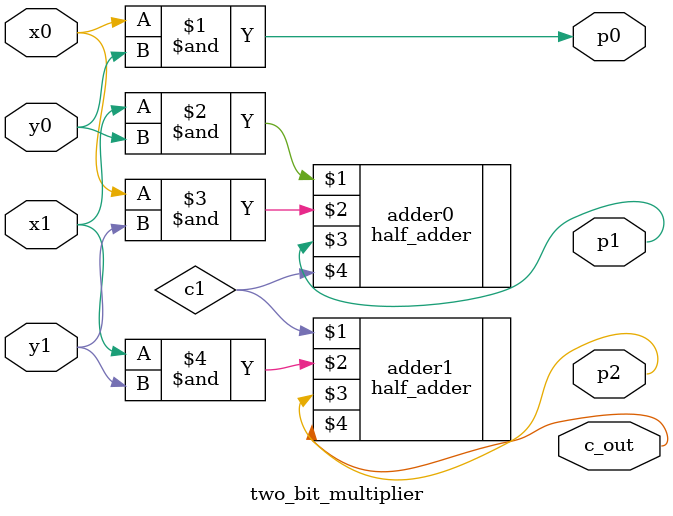
<source format=v>
`include "half_adder.v"

module two_bit_multiplier(x0, x1, y0, y1, p0, p1, p2, c_out);
input x0, x1, y0, y1;
output p0, p1, p2, c_out;
assign p0 = x0&y0;
half_adder adder0(x1&y0, x0&y1, p1, c1);
half_adder adder1(c1, x1&y1, p2, c_out);
endmodule



</source>
